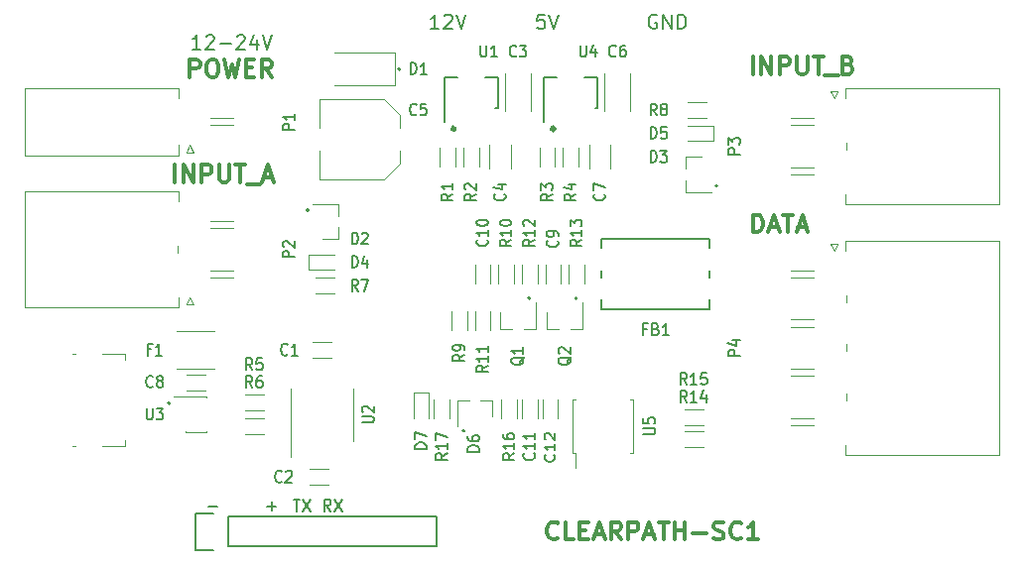
<source format=gbr>
%TF.GenerationSoftware,KiCad,Pcbnew,no-vcs-found*%
%TF.CreationDate,2017-10-09T11:26:26+10:30*%
%TF.ProjectId,clearpath-sc-single-channel,636C656172706174682D73632D73696E,1.0*%
%TF.SameCoordinates,Original*%
%TF.FileFunction,Legend,Top*%
%TF.FilePolarity,Positive*%
%FSLAX46Y46*%
G04 Gerber Fmt 4.6, Leading zero omitted, Abs format (unit mm)*
G04 Created by KiCad (PCBNEW no-vcs-found) date Mon Oct  9 11:26:26 2017*
%MOMM*%
%LPD*%
G01*
G04 APERTURE LIST*
%ADD10C,0.160000*%
%ADD11C,0.200000*%
%ADD12C,0.300000*%
%ADD13C,0.120000*%
%ADD14C,0.150000*%
%ADD15C,0.400000*%
%ADD16C,0.130000*%
G04 APERTURE END LIST*
D10*
X122033333Y-145252380D02*
X121700000Y-144776190D01*
X121461904Y-145252380D02*
X121461904Y-144252380D01*
X121842857Y-144252380D01*
X121938095Y-144300000D01*
X121985714Y-144347619D01*
X122033333Y-144442857D01*
X122033333Y-144585714D01*
X121985714Y-144680952D01*
X121938095Y-144728571D01*
X121842857Y-144776190D01*
X121461904Y-144776190D01*
X122366666Y-144252380D02*
X123033333Y-145252380D01*
X123033333Y-144252380D02*
X122366666Y-145252380D01*
X118838095Y-144252380D02*
X119409523Y-144252380D01*
X119123809Y-145252380D02*
X119123809Y-144252380D01*
X119647619Y-144252380D02*
X120314285Y-145252380D01*
X120314285Y-144252380D02*
X119647619Y-145252380D01*
X116619047Y-144821428D02*
X117380952Y-144821428D01*
X117000000Y-145202380D02*
X117000000Y-144440476D01*
X111619047Y-144821428D02*
X112380952Y-144821428D01*
D11*
X149835714Y-102900000D02*
X149721428Y-102842857D01*
X149550000Y-102842857D01*
X149378571Y-102900000D01*
X149264285Y-103014285D01*
X149207142Y-103128571D01*
X149150000Y-103357142D01*
X149150000Y-103528571D01*
X149207142Y-103757142D01*
X149264285Y-103871428D01*
X149378571Y-103985714D01*
X149550000Y-104042857D01*
X149664285Y-104042857D01*
X149835714Y-103985714D01*
X149892857Y-103928571D01*
X149892857Y-103528571D01*
X149664285Y-103528571D01*
X150407142Y-104042857D02*
X150407142Y-102842857D01*
X151092857Y-104042857D01*
X151092857Y-102842857D01*
X151664285Y-104042857D02*
X151664285Y-102842857D01*
X151950000Y-102842857D01*
X152121428Y-102900000D01*
X152235714Y-103014285D01*
X152292857Y-103128571D01*
X152350000Y-103357142D01*
X152350000Y-103528571D01*
X152292857Y-103757142D01*
X152235714Y-103871428D01*
X152121428Y-103985714D01*
X151950000Y-104042857D01*
X151664285Y-104042857D01*
X140271428Y-102842857D02*
X139700000Y-102842857D01*
X139642857Y-103414285D01*
X139700000Y-103357142D01*
X139814285Y-103300000D01*
X140100000Y-103300000D01*
X140214285Y-103357142D01*
X140271428Y-103414285D01*
X140328571Y-103528571D01*
X140328571Y-103814285D01*
X140271428Y-103928571D01*
X140214285Y-103985714D01*
X140100000Y-104042857D01*
X139814285Y-104042857D01*
X139700000Y-103985714D01*
X139642857Y-103928571D01*
X140671428Y-102842857D02*
X141071428Y-104042857D01*
X141471428Y-102842857D01*
X131257142Y-104042857D02*
X130571428Y-104042857D01*
X130914285Y-104042857D02*
X130914285Y-102842857D01*
X130800000Y-103014285D01*
X130685714Y-103128571D01*
X130571428Y-103185714D01*
X131714285Y-102957142D02*
X131771428Y-102900000D01*
X131885714Y-102842857D01*
X132171428Y-102842857D01*
X132285714Y-102900000D01*
X132342857Y-102957142D01*
X132400000Y-103071428D01*
X132400000Y-103185714D01*
X132342857Y-103357142D01*
X131657142Y-104042857D01*
X132400000Y-104042857D01*
X132742857Y-102842857D02*
X133142857Y-104042857D01*
X133542857Y-102842857D01*
X110948571Y-105792857D02*
X110262857Y-105792857D01*
X110605714Y-105792857D02*
X110605714Y-104592857D01*
X110491428Y-104764285D01*
X110377142Y-104878571D01*
X110262857Y-104935714D01*
X111405714Y-104707142D02*
X111462857Y-104650000D01*
X111577142Y-104592857D01*
X111862857Y-104592857D01*
X111977142Y-104650000D01*
X112034285Y-104707142D01*
X112091428Y-104821428D01*
X112091428Y-104935714D01*
X112034285Y-105107142D01*
X111348571Y-105792857D01*
X112091428Y-105792857D01*
X112605714Y-105335714D02*
X113520000Y-105335714D01*
X114034285Y-104707142D02*
X114091428Y-104650000D01*
X114205714Y-104592857D01*
X114491428Y-104592857D01*
X114605714Y-104650000D01*
X114662857Y-104707142D01*
X114720000Y-104821428D01*
X114720000Y-104935714D01*
X114662857Y-105107142D01*
X113977142Y-105792857D01*
X114720000Y-105792857D01*
X115748571Y-104992857D02*
X115748571Y-105792857D01*
X115462857Y-104535714D02*
X115177142Y-105392857D01*
X115920000Y-105392857D01*
X116205714Y-104592857D02*
X116605714Y-105792857D01*
X117005714Y-104592857D01*
D12*
X108733571Y-117178571D02*
X108733571Y-115678571D01*
X109447857Y-117178571D02*
X109447857Y-115678571D01*
X110305000Y-117178571D01*
X110305000Y-115678571D01*
X111019285Y-117178571D02*
X111019285Y-115678571D01*
X111590714Y-115678571D01*
X111733571Y-115750000D01*
X111805000Y-115821428D01*
X111876428Y-115964285D01*
X111876428Y-116178571D01*
X111805000Y-116321428D01*
X111733571Y-116392857D01*
X111590714Y-116464285D01*
X111019285Y-116464285D01*
X112519285Y-115678571D02*
X112519285Y-116892857D01*
X112590714Y-117035714D01*
X112662142Y-117107142D01*
X112805000Y-117178571D01*
X113090714Y-117178571D01*
X113233571Y-117107142D01*
X113305000Y-117035714D01*
X113376428Y-116892857D01*
X113376428Y-115678571D01*
X113876428Y-115678571D02*
X114733571Y-115678571D01*
X114305000Y-117178571D02*
X114305000Y-115678571D01*
X114876428Y-117321428D02*
X116019285Y-117321428D01*
X116305000Y-116750000D02*
X117019285Y-116750000D01*
X116162142Y-117178571D02*
X116662142Y-115678571D01*
X117162142Y-117178571D01*
X158052142Y-121428571D02*
X158052142Y-119928571D01*
X158409285Y-119928571D01*
X158623571Y-120000000D01*
X158766428Y-120142857D01*
X158837857Y-120285714D01*
X158909285Y-120571428D01*
X158909285Y-120785714D01*
X158837857Y-121071428D01*
X158766428Y-121214285D01*
X158623571Y-121357142D01*
X158409285Y-121428571D01*
X158052142Y-121428571D01*
X159480714Y-121000000D02*
X160195000Y-121000000D01*
X159337857Y-121428571D02*
X159837857Y-119928571D01*
X160337857Y-121428571D01*
X160623571Y-119928571D02*
X161480714Y-119928571D01*
X161052142Y-121428571D02*
X161052142Y-119928571D01*
X161909285Y-121000000D02*
X162623571Y-121000000D01*
X161766428Y-121428571D02*
X162266428Y-119928571D01*
X162766428Y-121428571D01*
X158052142Y-107928571D02*
X158052142Y-106428571D01*
X158766428Y-107928571D02*
X158766428Y-106428571D01*
X159623571Y-107928571D01*
X159623571Y-106428571D01*
X160337857Y-107928571D02*
X160337857Y-106428571D01*
X160909285Y-106428571D01*
X161052142Y-106500000D01*
X161123571Y-106571428D01*
X161195000Y-106714285D01*
X161195000Y-106928571D01*
X161123571Y-107071428D01*
X161052142Y-107142857D01*
X160909285Y-107214285D01*
X160337857Y-107214285D01*
X161837857Y-106428571D02*
X161837857Y-107642857D01*
X161909285Y-107785714D01*
X161980714Y-107857142D01*
X162123571Y-107928571D01*
X162409285Y-107928571D01*
X162552142Y-107857142D01*
X162623571Y-107785714D01*
X162695000Y-107642857D01*
X162695000Y-106428571D01*
X163195000Y-106428571D02*
X164052142Y-106428571D01*
X163623571Y-107928571D02*
X163623571Y-106428571D01*
X164195000Y-108071428D02*
X165337857Y-108071428D01*
X166195000Y-107142857D02*
X166409285Y-107214285D01*
X166480714Y-107285714D01*
X166552142Y-107428571D01*
X166552142Y-107642857D01*
X166480714Y-107785714D01*
X166409285Y-107857142D01*
X166266428Y-107928571D01*
X165695000Y-107928571D01*
X165695000Y-106428571D01*
X166195000Y-106428571D01*
X166337857Y-106500000D01*
X166409285Y-106571428D01*
X166480714Y-106714285D01*
X166480714Y-106857142D01*
X166409285Y-107000000D01*
X166337857Y-107071428D01*
X166195000Y-107142857D01*
X165695000Y-107142857D01*
X110019285Y-108178571D02*
X110019285Y-106678571D01*
X110590714Y-106678571D01*
X110733571Y-106750000D01*
X110805000Y-106821428D01*
X110876428Y-106964285D01*
X110876428Y-107178571D01*
X110805000Y-107321428D01*
X110733571Y-107392857D01*
X110590714Y-107464285D01*
X110019285Y-107464285D01*
X111805000Y-106678571D02*
X112090714Y-106678571D01*
X112233571Y-106750000D01*
X112376428Y-106892857D01*
X112447857Y-107178571D01*
X112447857Y-107678571D01*
X112376428Y-107964285D01*
X112233571Y-108107142D01*
X112090714Y-108178571D01*
X111805000Y-108178571D01*
X111662142Y-108107142D01*
X111519285Y-107964285D01*
X111447857Y-107678571D01*
X111447857Y-107178571D01*
X111519285Y-106892857D01*
X111662142Y-106750000D01*
X111805000Y-106678571D01*
X112947857Y-106678571D02*
X113305000Y-108178571D01*
X113590714Y-107107142D01*
X113876428Y-108178571D01*
X114233571Y-106678571D01*
X114805000Y-107392857D02*
X115305000Y-107392857D01*
X115519285Y-108178571D02*
X114805000Y-108178571D01*
X114805000Y-106678571D01*
X115519285Y-106678571D01*
X117019285Y-108178571D02*
X116519285Y-107464285D01*
X116162142Y-108178571D02*
X116162142Y-106678571D01*
X116733571Y-106678571D01*
X116876428Y-106750000D01*
X116947857Y-106821428D01*
X117019285Y-106964285D01*
X117019285Y-107178571D01*
X116947857Y-107321428D01*
X116876428Y-107392857D01*
X116733571Y-107464285D01*
X116162142Y-107464285D01*
X141428571Y-147535714D02*
X141357142Y-147607142D01*
X141142857Y-147678571D01*
X141000000Y-147678571D01*
X140785714Y-147607142D01*
X140642857Y-147464285D01*
X140571428Y-147321428D01*
X140500000Y-147035714D01*
X140500000Y-146821428D01*
X140571428Y-146535714D01*
X140642857Y-146392857D01*
X140785714Y-146250000D01*
X141000000Y-146178571D01*
X141142857Y-146178571D01*
X141357142Y-146250000D01*
X141428571Y-146321428D01*
X142785714Y-147678571D02*
X142071428Y-147678571D01*
X142071428Y-146178571D01*
X143285714Y-146892857D02*
X143785714Y-146892857D01*
X144000000Y-147678571D02*
X143285714Y-147678571D01*
X143285714Y-146178571D01*
X144000000Y-146178571D01*
X144571428Y-147250000D02*
X145285714Y-147250000D01*
X144428571Y-147678571D02*
X144928571Y-146178571D01*
X145428571Y-147678571D01*
X146785714Y-147678571D02*
X146285714Y-146964285D01*
X145928571Y-147678571D02*
X145928571Y-146178571D01*
X146500000Y-146178571D01*
X146642857Y-146250000D01*
X146714285Y-146321428D01*
X146785714Y-146464285D01*
X146785714Y-146678571D01*
X146714285Y-146821428D01*
X146642857Y-146892857D01*
X146500000Y-146964285D01*
X145928571Y-146964285D01*
X147428571Y-147678571D02*
X147428571Y-146178571D01*
X148000000Y-146178571D01*
X148142857Y-146250000D01*
X148214285Y-146321428D01*
X148285714Y-146464285D01*
X148285714Y-146678571D01*
X148214285Y-146821428D01*
X148142857Y-146892857D01*
X148000000Y-146964285D01*
X147428571Y-146964285D01*
X148857142Y-147250000D02*
X149571428Y-147250000D01*
X148714285Y-147678571D02*
X149214285Y-146178571D01*
X149714285Y-147678571D01*
X150000000Y-146178571D02*
X150857142Y-146178571D01*
X150428571Y-147678571D02*
X150428571Y-146178571D01*
X151357142Y-147678571D02*
X151357142Y-146178571D01*
X151357142Y-146892857D02*
X152214285Y-146892857D01*
X152214285Y-147678571D02*
X152214285Y-146178571D01*
X152928571Y-147107142D02*
X154071428Y-147107142D01*
X154714285Y-147607142D02*
X154928571Y-147678571D01*
X155285714Y-147678571D01*
X155428571Y-147607142D01*
X155500000Y-147535714D01*
X155571428Y-147392857D01*
X155571428Y-147250000D01*
X155500000Y-147107142D01*
X155428571Y-147035714D01*
X155285714Y-146964285D01*
X155000000Y-146892857D01*
X154857142Y-146821428D01*
X154785714Y-146750000D01*
X154714285Y-146607142D01*
X154714285Y-146464285D01*
X154785714Y-146321428D01*
X154857142Y-146250000D01*
X155000000Y-146178571D01*
X155357142Y-146178571D01*
X155571428Y-146250000D01*
X157071428Y-147535714D02*
X157000000Y-147607142D01*
X156785714Y-147678571D01*
X156642857Y-147678571D01*
X156428571Y-147607142D01*
X156285714Y-147464285D01*
X156214285Y-147321428D01*
X156142857Y-147035714D01*
X156142857Y-146821428D01*
X156214285Y-146535714D01*
X156285714Y-146392857D01*
X156428571Y-146250000D01*
X156642857Y-146178571D01*
X156785714Y-146178571D01*
X157000000Y-146250000D01*
X157071428Y-146321428D01*
X158500000Y-147678571D02*
X157642857Y-147678571D01*
X158071428Y-147678571D02*
X158071428Y-146178571D01*
X157928571Y-146392857D01*
X157785714Y-146535714D01*
X157642857Y-146607142D01*
D13*
%TO.C,F1*%
X108890000Y-129915000D02*
X112110000Y-129915000D01*
X108890000Y-133085000D02*
X112110000Y-133085000D01*
D14*
%TO.C,FB1*%
X145150000Y-124700000D02*
X145150000Y-125300000D01*
X154350000Y-124700000D02*
X154350000Y-125300000D01*
X145150000Y-122000000D02*
X145150000Y-122800000D01*
X145150000Y-127200000D02*
X145150000Y-128000000D01*
X154350000Y-127200000D02*
X154350000Y-128000000D01*
X154350000Y-122000000D02*
X154350000Y-122800000D01*
X154350000Y-128000000D02*
X145150000Y-128000000D01*
X145150000Y-122000000D02*
X154350000Y-122000000D01*
D13*
%TO.C,P4*%
X165950000Y-123000000D02*
X165950000Y-122150000D01*
X165950000Y-122150000D02*
X179050000Y-122150000D01*
X179050000Y-122150000D02*
X179050000Y-131300000D01*
X165950000Y-139600000D02*
X165950000Y-140450000D01*
X165950000Y-140450000D02*
X179050000Y-140450000D01*
X179050000Y-140450000D02*
X179050000Y-131300000D01*
X163200000Y-124700000D02*
X161300000Y-124700000D01*
X163200000Y-125300000D02*
X161300000Y-125300000D01*
X163200000Y-128900000D02*
X161300000Y-128900000D01*
X163200000Y-129500000D02*
X161300000Y-129500000D01*
X163200000Y-133100000D02*
X161300000Y-133100000D01*
X163200000Y-133700000D02*
X161300000Y-133700000D01*
X163200000Y-137300000D02*
X161300000Y-137300000D01*
X163200000Y-137900000D02*
X161300000Y-137900000D01*
X166000000Y-126800000D02*
X166000000Y-127400000D01*
X166000000Y-131000000D02*
X166000000Y-131600000D01*
X166000000Y-135200000D02*
X166000000Y-135800000D01*
X165000000Y-123000000D02*
X164700000Y-122400000D01*
X164700000Y-122400000D02*
X165300000Y-122400000D01*
X165300000Y-122400000D02*
X165000000Y-123000000D01*
%TO.C,P2*%
X109050000Y-127000000D02*
X109050000Y-127850000D01*
X109050000Y-127850000D02*
X95950000Y-127850000D01*
X95950000Y-127850000D02*
X95950000Y-122900000D01*
X109050000Y-118800000D02*
X109050000Y-117950000D01*
X109050000Y-117950000D02*
X95950000Y-117950000D01*
X95950000Y-117950000D02*
X95950000Y-122900000D01*
X111800000Y-125300000D02*
X113700000Y-125300000D01*
X111800000Y-124700000D02*
X113700000Y-124700000D01*
X111800000Y-121100000D02*
X113700000Y-121100000D01*
X111800000Y-120500000D02*
X113700000Y-120500000D01*
X109000000Y-123200000D02*
X109000000Y-122600000D01*
X110000000Y-127000000D02*
X110300000Y-127600000D01*
X110300000Y-127600000D02*
X109700000Y-127600000D01*
X109700000Y-127600000D02*
X110000000Y-127000000D01*
%TO.C,P3*%
X165950000Y-110000000D02*
X165950000Y-109150000D01*
X165950000Y-109150000D02*
X179050000Y-109150000D01*
X179050000Y-109150000D02*
X179050000Y-114100000D01*
X165950000Y-118200000D02*
X165950000Y-119050000D01*
X165950000Y-119050000D02*
X179050000Y-119050000D01*
X179050000Y-119050000D02*
X179050000Y-114100000D01*
X163200000Y-111700000D02*
X161300000Y-111700000D01*
X163200000Y-112300000D02*
X161300000Y-112300000D01*
X163200000Y-115900000D02*
X161300000Y-115900000D01*
X163200000Y-116500000D02*
X161300000Y-116500000D01*
X166000000Y-113800000D02*
X166000000Y-114400000D01*
X165000000Y-110000000D02*
X164700000Y-109400000D01*
X164700000Y-109400000D02*
X165300000Y-109400000D01*
X165300000Y-109400000D02*
X165000000Y-110000000D01*
%TO.C,P1*%
X109050000Y-114000000D02*
X109050000Y-114850000D01*
X109050000Y-114850000D02*
X95950000Y-114850000D01*
X95950000Y-114850000D02*
X95950000Y-112000000D01*
X109050000Y-110000000D02*
X109050000Y-109150000D01*
X109050000Y-109150000D02*
X95950000Y-109150000D01*
X95950000Y-109150000D02*
X95950000Y-112000000D01*
X111800000Y-112300000D02*
X113700000Y-112300000D01*
X111800000Y-111700000D02*
X113700000Y-111700000D01*
X110000000Y-114000000D02*
X110300000Y-114600000D01*
X110300000Y-114600000D02*
X109700000Y-114600000D01*
X109700000Y-114600000D02*
X110000000Y-114000000D01*
%TO.C,C1*%
X120450000Y-132165000D02*
X122050000Y-132165000D01*
X120450000Y-130835000D02*
X122050000Y-130835000D01*
%TO.C,C2*%
X121800000Y-143015000D02*
X120200000Y-143015000D01*
X121800000Y-141685000D02*
X120200000Y-141685000D01*
%TO.C,C3*%
X139090000Y-107900000D02*
X139090000Y-111100000D01*
X136910000Y-107900000D02*
X136910000Y-111100000D01*
%TO.C,C4*%
X135585000Y-116000000D02*
X135585000Y-114000000D01*
X137415000Y-116000000D02*
X137415000Y-114000000D01*
%TO.C,C5*%
X121100000Y-114470000D02*
X121100000Y-116900000D01*
X121100000Y-116900000D02*
X126540000Y-116900000D01*
X126540000Y-116900000D02*
X127900000Y-115540000D01*
X127900000Y-115540000D02*
X127900000Y-114470000D01*
X121100000Y-112530000D02*
X121100000Y-110100000D01*
X121100000Y-110100000D02*
X126540000Y-110100000D01*
X126540000Y-110100000D02*
X127900000Y-111460000D01*
X127900000Y-111460000D02*
X127900000Y-112530000D01*
%TO.C,C6*%
X145410000Y-107900000D02*
X145410000Y-111100000D01*
X147590000Y-107900000D02*
X147590000Y-111100000D01*
%TO.C,C7*%
X145915000Y-116000000D02*
X145915000Y-114000000D01*
X144085000Y-116000000D02*
X144085000Y-114000000D01*
%TO.C,C8*%
X109700000Y-133585000D02*
X111300000Y-133585000D01*
X109700000Y-134915000D02*
X111300000Y-134915000D01*
%TO.C,C9*%
X141665000Y-124200000D02*
X141665000Y-125800000D01*
X140335000Y-124200000D02*
X140335000Y-125800000D01*
%TO.C,C10*%
X135665000Y-125800000D02*
X135665000Y-124200000D01*
X134335000Y-125800000D02*
X134335000Y-124200000D01*
%TO.C,C11*%
X139665000Y-137300000D02*
X139665000Y-135700000D01*
X138335000Y-137300000D02*
X138335000Y-135700000D01*
D11*
%TO.C,D1*%
X127960000Y-107500000D02*
G75*
G03X127960000Y-107500000I-100000J0D01*
G01*
D13*
X122330000Y-108920000D02*
X127540000Y-108920000D01*
X127540000Y-108920000D02*
X127540000Y-106080000D01*
X127540000Y-106080000D02*
X122330000Y-106080000D01*
D11*
%TO.C,D2*%
X120165000Y-119550000D02*
G75*
G03X120165000Y-119550000I-100000J0D01*
G01*
D13*
X120445000Y-119000000D02*
X122700000Y-119000000D01*
X122700000Y-119000000D02*
X122700000Y-120015000D01*
X121300000Y-122000000D02*
X122700000Y-122000000D01*
X122700000Y-122000000D02*
X122700000Y-120985000D01*
%TO.C,D3*%
X152300000Y-115000000D02*
X152300000Y-116015000D01*
X153700000Y-115000000D02*
X152300000Y-115000000D01*
X152300000Y-118000000D02*
X152300000Y-116985000D01*
X154555000Y-118000000D02*
X152300000Y-118000000D01*
D11*
X155035000Y-117450000D02*
G75*
G03X155035000Y-117450000I-100000J0D01*
G01*
D13*
%TO.C,D4*%
X122300000Y-123355000D02*
X120105000Y-123355000D01*
X120105000Y-123355000D02*
X120105000Y-124645000D01*
X120105000Y-124645000D02*
X122300000Y-124645000D01*
%TO.C,D5*%
X152460000Y-113645000D02*
X154655000Y-113645000D01*
X154655000Y-113645000D02*
X154655000Y-112355000D01*
X154655000Y-112355000D02*
X152460000Y-112355000D01*
%TO.C,D6*%
X135800000Y-135775000D02*
X134785000Y-135775000D01*
X135800000Y-137175000D02*
X135800000Y-135775000D01*
X132800000Y-135775000D02*
X133815000Y-135775000D01*
X132800000Y-138030000D02*
X132800000Y-135775000D01*
D11*
X133450000Y-138410000D02*
G75*
G03X133450000Y-138410000I-100000J0D01*
G01*
D13*
%TO.C,D7*%
X129105000Y-135105000D02*
X129105000Y-137300000D01*
X130395000Y-135105000D02*
X129105000Y-135105000D01*
X130395000Y-137300000D02*
X130395000Y-135105000D01*
%TO.C,J?1*%
X100020000Y-131810000D02*
X100280000Y-131810000D01*
X102560000Y-131810000D02*
X104470000Y-131810000D01*
X104470000Y-131810000D02*
X104470000Y-132320000D01*
X104470000Y-139690000D02*
X102560000Y-139690000D01*
X100280000Y-139690000D02*
X100020000Y-139690000D01*
X104470000Y-139690000D02*
X104470000Y-139180000D01*
D11*
%TO.C,Q1*%
X139050000Y-127065000D02*
G75*
G03X139050000Y-127065000I-100000J0D01*
G01*
D13*
X139500000Y-127445000D02*
X139500000Y-129700000D01*
X139500000Y-129700000D02*
X138485000Y-129700000D01*
X136500000Y-128300000D02*
X136500000Y-129700000D01*
X136500000Y-129700000D02*
X137515000Y-129700000D01*
D11*
%TO.C,Q2*%
X143050000Y-127065000D02*
G75*
G03X143050000Y-127065000I-100000J0D01*
G01*
D13*
X143500000Y-127445000D02*
X143500000Y-129700000D01*
X143500000Y-129700000D02*
X142485000Y-129700000D01*
X140500000Y-128300000D02*
X140500000Y-129700000D01*
X140500000Y-129700000D02*
X141515000Y-129700000D01*
%TO.C,R1*%
X132670000Y-115800000D02*
X132670000Y-114200000D01*
X131330000Y-115800000D02*
X131330000Y-114200000D01*
%TO.C,R2*%
X134670000Y-115800000D02*
X134670000Y-114200000D01*
X133330000Y-115800000D02*
X133330000Y-114200000D01*
%TO.C,R3*%
X139830000Y-115800000D02*
X139830000Y-114200000D01*
X141170000Y-115800000D02*
X141170000Y-114200000D01*
%TO.C,R4*%
X141830000Y-115800000D02*
X141830000Y-114200000D01*
X143170000Y-115800000D02*
X143170000Y-114200000D01*
%TO.C,R5*%
X114700000Y-135330000D02*
X116300000Y-135330000D01*
X114700000Y-136670000D02*
X116300000Y-136670000D01*
%TO.C,R6*%
X114725000Y-138670000D02*
X116325000Y-138670000D01*
X114725000Y-137330000D02*
X116325000Y-137330000D01*
%TO.C,R7*%
X122300000Y-126670000D02*
X120700000Y-126670000D01*
X122300000Y-125330000D02*
X120700000Y-125330000D01*
%TO.C,R8*%
X152475000Y-111670000D02*
X154075000Y-111670000D01*
X152475000Y-110330000D02*
X154075000Y-110330000D01*
%TO.C,R9*%
X132330000Y-128200000D02*
X132330000Y-129800000D01*
X133670000Y-128200000D02*
X133670000Y-129800000D01*
%TO.C,R10*%
X137670000Y-125800000D02*
X137670000Y-124200000D01*
X136330000Y-125800000D02*
X136330000Y-124200000D01*
%TO.C,R11*%
X134330000Y-128200000D02*
X134330000Y-129800000D01*
X135670000Y-128200000D02*
X135670000Y-129800000D01*
%TO.C,R12*%
X139670000Y-125800000D02*
X139670000Y-124200000D01*
X138330000Y-125800000D02*
X138330000Y-124200000D01*
%TO.C,R13*%
X142330000Y-124200000D02*
X142330000Y-125800000D01*
X143670000Y-124200000D02*
X143670000Y-125800000D01*
%TO.C,R14*%
X152200000Y-139770000D02*
X153800000Y-139770000D01*
X152200000Y-138430000D02*
X153800000Y-138430000D01*
%TO.C,R15*%
X152200000Y-136580000D02*
X153800000Y-136580000D01*
X152200000Y-137920000D02*
X153800000Y-137920000D01*
%TO.C,R16*%
X136580000Y-137300000D02*
X136580000Y-135700000D01*
X137920000Y-137300000D02*
X137920000Y-135700000D01*
%TO.C,R17*%
X130830000Y-137300000D02*
X130830000Y-135700000D01*
X132170000Y-137300000D02*
X132170000Y-135700000D01*
D14*
%TO.C,U1*%
X131700000Y-112000000D02*
X131700000Y-108200000D01*
X131700000Y-108200000D02*
X132815000Y-108200000D01*
X136075000Y-110800000D02*
X136300000Y-110800000D01*
X136300000Y-110800000D02*
X136300000Y-108200000D01*
X136300000Y-108200000D02*
X135185000Y-108200000D01*
D15*
X132600000Y-112600000D02*
G75*
G03X132600000Y-112600000I-100000J0D01*
G01*
D13*
%TO.C,U2*%
X118590000Y-139250000D02*
X118590000Y-134750000D01*
X123910000Y-139250000D02*
X123910000Y-134750000D01*
X118590000Y-139250000D02*
X118590000Y-140595000D01*
D11*
%TO.C,U3*%
X108336920Y-136030000D02*
G75*
G03X108336920Y-136030000I-106920J0D01*
G01*
D13*
X109620000Y-138410000D02*
X109620000Y-138530000D01*
X109620000Y-138530000D02*
X111380000Y-138530000D01*
X111380000Y-138530000D02*
X111380000Y-138410000D01*
X108600000Y-135460000D02*
X111380000Y-135460000D01*
X111380000Y-135470000D02*
X111380000Y-135590000D01*
D15*
%TO.C,U4*%
X141100000Y-112600000D02*
G75*
G03X141100000Y-112600000I-100000J0D01*
G01*
D14*
X144800000Y-108200000D02*
X143685000Y-108200000D01*
X144800000Y-110800000D02*
X144800000Y-108200000D01*
X144575000Y-110800000D02*
X144800000Y-110800000D01*
X140200000Y-108200000D02*
X141315000Y-108200000D01*
X140200000Y-112000000D02*
X140200000Y-108200000D01*
D13*
%TO.C,U5*%
X147585000Y-140250000D02*
X147800000Y-140250000D01*
X147800000Y-140250000D02*
X147800000Y-135750000D01*
X147800000Y-135750000D02*
X147585000Y-135750000D01*
X142915000Y-140250000D02*
X142700000Y-140250000D01*
X142700000Y-140250000D02*
X142700000Y-135750000D01*
X142700000Y-135750000D02*
X142915000Y-135750000D01*
X142915000Y-140250000D02*
X142915000Y-141595000D01*
%TO.C,C12*%
X141415000Y-137300000D02*
X141415000Y-135700000D01*
X140085000Y-137300000D02*
X140085000Y-135700000D01*
D14*
%TO.C,P5*%
X113270000Y-145730000D02*
X131050000Y-145730000D01*
X131050000Y-145730000D02*
X131050000Y-148270000D01*
X131050000Y-148270000D02*
X113270000Y-148270000D01*
X110450000Y-145450000D02*
X112000000Y-145450000D01*
X113270000Y-145730000D02*
X113270000Y-148270000D01*
X112000000Y-148550000D02*
X110450000Y-148550000D01*
X110450000Y-148550000D02*
X110450000Y-145450000D01*
%TO.C,F1*%
D16*
X106700000Y-131428571D02*
X106400000Y-131428571D01*
X106400000Y-131952380D02*
X106400000Y-130952380D01*
X106828571Y-130952380D01*
X107642857Y-131952380D02*
X107128571Y-131952380D01*
X107385714Y-131952380D02*
X107385714Y-130952380D01*
X107300000Y-131095238D01*
X107214285Y-131190476D01*
X107128571Y-131238095D01*
%TO.C,FB1*%
X149000000Y-129698571D02*
X148700000Y-129698571D01*
X148700000Y-130222380D02*
X148700000Y-129222380D01*
X149128571Y-129222380D01*
X149771428Y-129698571D02*
X149900000Y-129746190D01*
X149942857Y-129793809D01*
X149985714Y-129889047D01*
X149985714Y-130031904D01*
X149942857Y-130127142D01*
X149900000Y-130174761D01*
X149814285Y-130222380D01*
X149471428Y-130222380D01*
X149471428Y-129222380D01*
X149771428Y-129222380D01*
X149857142Y-129270000D01*
X149900000Y-129317619D01*
X149942857Y-129412857D01*
X149942857Y-129508095D01*
X149900000Y-129603333D01*
X149857142Y-129650952D01*
X149771428Y-129698571D01*
X149471428Y-129698571D01*
X150842857Y-130222380D02*
X150328571Y-130222380D01*
X150585714Y-130222380D02*
X150585714Y-129222380D01*
X150500000Y-129365238D01*
X150414285Y-129460476D01*
X150328571Y-129508095D01*
%TO.C,P4*%
X156952380Y-131964285D02*
X155952380Y-131964285D01*
X155952380Y-131621428D01*
X156000000Y-131535714D01*
X156047619Y-131492857D01*
X156142857Y-131450000D01*
X156285714Y-131450000D01*
X156380952Y-131492857D01*
X156428571Y-131535714D01*
X156476190Y-131621428D01*
X156476190Y-131964285D01*
X156285714Y-130678571D02*
X156952380Y-130678571D01*
X155904761Y-130892857D02*
X156619047Y-131107142D01*
X156619047Y-130550000D01*
%TO.C,P2*%
X118952380Y-123564285D02*
X117952380Y-123564285D01*
X117952380Y-123221428D01*
X118000000Y-123135714D01*
X118047619Y-123092857D01*
X118142857Y-123050000D01*
X118285714Y-123050000D01*
X118380952Y-123092857D01*
X118428571Y-123135714D01*
X118476190Y-123221428D01*
X118476190Y-123564285D01*
X118047619Y-122707142D02*
X118000000Y-122664285D01*
X117952380Y-122578571D01*
X117952380Y-122364285D01*
X118000000Y-122278571D01*
X118047619Y-122235714D01*
X118142857Y-122192857D01*
X118238095Y-122192857D01*
X118380952Y-122235714D01*
X118952380Y-122750000D01*
X118952380Y-122192857D01*
%TO.C,P3*%
X156952380Y-114764285D02*
X155952380Y-114764285D01*
X155952380Y-114421428D01*
X156000000Y-114335714D01*
X156047619Y-114292857D01*
X156142857Y-114250000D01*
X156285714Y-114250000D01*
X156380952Y-114292857D01*
X156428571Y-114335714D01*
X156476190Y-114421428D01*
X156476190Y-114764285D01*
X155952380Y-113950000D02*
X155952380Y-113392857D01*
X156333333Y-113692857D01*
X156333333Y-113564285D01*
X156380952Y-113478571D01*
X156428571Y-113435714D01*
X156523809Y-113392857D01*
X156761904Y-113392857D01*
X156857142Y-113435714D01*
X156904761Y-113478571D01*
X156952380Y-113564285D01*
X156952380Y-113821428D01*
X156904761Y-113907142D01*
X156857142Y-113950000D01*
%TO.C,P1*%
X118952380Y-112664285D02*
X117952380Y-112664285D01*
X117952380Y-112321428D01*
X118000000Y-112235714D01*
X118047619Y-112192857D01*
X118142857Y-112150000D01*
X118285714Y-112150000D01*
X118380952Y-112192857D01*
X118428571Y-112235714D01*
X118476190Y-112321428D01*
X118476190Y-112664285D01*
X118952380Y-111292857D02*
X118952380Y-111807142D01*
X118952380Y-111550000D02*
X117952380Y-111550000D01*
X118095238Y-111635714D01*
X118190476Y-111721428D01*
X118238095Y-111807142D01*
%TO.C,C1*%
X118350000Y-131857142D02*
X118307142Y-131904761D01*
X118178571Y-131952380D01*
X118092857Y-131952380D01*
X117964285Y-131904761D01*
X117878571Y-131809523D01*
X117835714Y-131714285D01*
X117792857Y-131523809D01*
X117792857Y-131380952D01*
X117835714Y-131190476D01*
X117878571Y-131095238D01*
X117964285Y-131000000D01*
X118092857Y-130952380D01*
X118178571Y-130952380D01*
X118307142Y-131000000D01*
X118350000Y-131047619D01*
X119207142Y-131952380D02*
X118692857Y-131952380D01*
X118950000Y-131952380D02*
X118950000Y-130952380D01*
X118864285Y-131095238D01*
X118778571Y-131190476D01*
X118692857Y-131238095D01*
%TO.C,C2*%
X117850000Y-142707142D02*
X117807142Y-142754761D01*
X117678571Y-142802380D01*
X117592857Y-142802380D01*
X117464285Y-142754761D01*
X117378571Y-142659523D01*
X117335714Y-142564285D01*
X117292857Y-142373809D01*
X117292857Y-142230952D01*
X117335714Y-142040476D01*
X117378571Y-141945238D01*
X117464285Y-141850000D01*
X117592857Y-141802380D01*
X117678571Y-141802380D01*
X117807142Y-141850000D01*
X117850000Y-141897619D01*
X118192857Y-141897619D02*
X118235714Y-141850000D01*
X118321428Y-141802380D01*
X118535714Y-141802380D01*
X118621428Y-141850000D01*
X118664285Y-141897619D01*
X118707142Y-141992857D01*
X118707142Y-142088095D01*
X118664285Y-142230952D01*
X118150000Y-142802380D01*
X118707142Y-142802380D01*
%TO.C,C3*%
X137850000Y-106357142D02*
X137807142Y-106404761D01*
X137678571Y-106452380D01*
X137592857Y-106452380D01*
X137464285Y-106404761D01*
X137378571Y-106309523D01*
X137335714Y-106214285D01*
X137292857Y-106023809D01*
X137292857Y-105880952D01*
X137335714Y-105690476D01*
X137378571Y-105595238D01*
X137464285Y-105500000D01*
X137592857Y-105452380D01*
X137678571Y-105452380D01*
X137807142Y-105500000D01*
X137850000Y-105547619D01*
X138150000Y-105452380D02*
X138707142Y-105452380D01*
X138407142Y-105833333D01*
X138535714Y-105833333D01*
X138621428Y-105880952D01*
X138664285Y-105928571D01*
X138707142Y-106023809D01*
X138707142Y-106261904D01*
X138664285Y-106357142D01*
X138621428Y-106404761D01*
X138535714Y-106452380D01*
X138278571Y-106452380D01*
X138192857Y-106404761D01*
X138150000Y-106357142D01*
%TO.C,C4*%
X136857142Y-118150000D02*
X136904761Y-118192857D01*
X136952380Y-118321428D01*
X136952380Y-118407142D01*
X136904761Y-118535714D01*
X136809523Y-118621428D01*
X136714285Y-118664285D01*
X136523809Y-118707142D01*
X136380952Y-118707142D01*
X136190476Y-118664285D01*
X136095238Y-118621428D01*
X136000000Y-118535714D01*
X135952380Y-118407142D01*
X135952380Y-118321428D01*
X136000000Y-118192857D01*
X136047619Y-118150000D01*
X136285714Y-117378571D02*
X136952380Y-117378571D01*
X135904761Y-117592857D02*
X136619047Y-117807142D01*
X136619047Y-117250000D01*
%TO.C,C5*%
X129350000Y-111357142D02*
X129307142Y-111404761D01*
X129178571Y-111452380D01*
X129092857Y-111452380D01*
X128964285Y-111404761D01*
X128878571Y-111309523D01*
X128835714Y-111214285D01*
X128792857Y-111023809D01*
X128792857Y-110880952D01*
X128835714Y-110690476D01*
X128878571Y-110595238D01*
X128964285Y-110500000D01*
X129092857Y-110452380D01*
X129178571Y-110452380D01*
X129307142Y-110500000D01*
X129350000Y-110547619D01*
X130164285Y-110452380D02*
X129735714Y-110452380D01*
X129692857Y-110928571D01*
X129735714Y-110880952D01*
X129821428Y-110833333D01*
X130035714Y-110833333D01*
X130121428Y-110880952D01*
X130164285Y-110928571D01*
X130207142Y-111023809D01*
X130207142Y-111261904D01*
X130164285Y-111357142D01*
X130121428Y-111404761D01*
X130035714Y-111452380D01*
X129821428Y-111452380D01*
X129735714Y-111404761D01*
X129692857Y-111357142D01*
%TO.C,C6*%
X146350000Y-106357142D02*
X146307142Y-106404761D01*
X146178571Y-106452380D01*
X146092857Y-106452380D01*
X145964285Y-106404761D01*
X145878571Y-106309523D01*
X145835714Y-106214285D01*
X145792857Y-106023809D01*
X145792857Y-105880952D01*
X145835714Y-105690476D01*
X145878571Y-105595238D01*
X145964285Y-105500000D01*
X146092857Y-105452380D01*
X146178571Y-105452380D01*
X146307142Y-105500000D01*
X146350000Y-105547619D01*
X147121428Y-105452380D02*
X146950000Y-105452380D01*
X146864285Y-105500000D01*
X146821428Y-105547619D01*
X146735714Y-105690476D01*
X146692857Y-105880952D01*
X146692857Y-106261904D01*
X146735714Y-106357142D01*
X146778571Y-106404761D01*
X146864285Y-106452380D01*
X147035714Y-106452380D01*
X147121428Y-106404761D01*
X147164285Y-106357142D01*
X147207142Y-106261904D01*
X147207142Y-106023809D01*
X147164285Y-105928571D01*
X147121428Y-105880952D01*
X147035714Y-105833333D01*
X146864285Y-105833333D01*
X146778571Y-105880952D01*
X146735714Y-105928571D01*
X146692857Y-106023809D01*
%TO.C,C7*%
X145357142Y-118150000D02*
X145404761Y-118192857D01*
X145452380Y-118321428D01*
X145452380Y-118407142D01*
X145404761Y-118535714D01*
X145309523Y-118621428D01*
X145214285Y-118664285D01*
X145023809Y-118707142D01*
X144880952Y-118707142D01*
X144690476Y-118664285D01*
X144595238Y-118621428D01*
X144500000Y-118535714D01*
X144452380Y-118407142D01*
X144452380Y-118321428D01*
X144500000Y-118192857D01*
X144547619Y-118150000D01*
X144452380Y-117850000D02*
X144452380Y-117250000D01*
X145452380Y-117635714D01*
%TO.C,C8*%
X106850000Y-134607142D02*
X106807142Y-134654761D01*
X106678571Y-134702380D01*
X106592857Y-134702380D01*
X106464285Y-134654761D01*
X106378571Y-134559523D01*
X106335714Y-134464285D01*
X106292857Y-134273809D01*
X106292857Y-134130952D01*
X106335714Y-133940476D01*
X106378571Y-133845238D01*
X106464285Y-133750000D01*
X106592857Y-133702380D01*
X106678571Y-133702380D01*
X106807142Y-133750000D01*
X106850000Y-133797619D01*
X107364285Y-134130952D02*
X107278571Y-134083333D01*
X107235714Y-134035714D01*
X107192857Y-133940476D01*
X107192857Y-133892857D01*
X107235714Y-133797619D01*
X107278571Y-133750000D01*
X107364285Y-133702380D01*
X107535714Y-133702380D01*
X107621428Y-133750000D01*
X107664285Y-133797619D01*
X107707142Y-133892857D01*
X107707142Y-133940476D01*
X107664285Y-134035714D01*
X107621428Y-134083333D01*
X107535714Y-134130952D01*
X107364285Y-134130952D01*
X107278571Y-134178571D01*
X107235714Y-134226190D01*
X107192857Y-134321428D01*
X107192857Y-134511904D01*
X107235714Y-134607142D01*
X107278571Y-134654761D01*
X107364285Y-134702380D01*
X107535714Y-134702380D01*
X107621428Y-134654761D01*
X107664285Y-134607142D01*
X107707142Y-134511904D01*
X107707142Y-134321428D01*
X107664285Y-134226190D01*
X107621428Y-134178571D01*
X107535714Y-134130952D01*
%TO.C,C9*%
X141357142Y-122150000D02*
X141404761Y-122192857D01*
X141452380Y-122321428D01*
X141452380Y-122407142D01*
X141404761Y-122535714D01*
X141309523Y-122621428D01*
X141214285Y-122664285D01*
X141023809Y-122707142D01*
X140880952Y-122707142D01*
X140690476Y-122664285D01*
X140595238Y-122621428D01*
X140500000Y-122535714D01*
X140452380Y-122407142D01*
X140452380Y-122321428D01*
X140500000Y-122192857D01*
X140547619Y-122150000D01*
X141452380Y-121721428D02*
X141452380Y-121550000D01*
X141404761Y-121464285D01*
X141357142Y-121421428D01*
X141214285Y-121335714D01*
X141023809Y-121292857D01*
X140642857Y-121292857D01*
X140547619Y-121335714D01*
X140500000Y-121378571D01*
X140452380Y-121464285D01*
X140452380Y-121635714D01*
X140500000Y-121721428D01*
X140547619Y-121764285D01*
X140642857Y-121807142D01*
X140880952Y-121807142D01*
X140976190Y-121764285D01*
X141023809Y-121721428D01*
X141071428Y-121635714D01*
X141071428Y-121464285D01*
X141023809Y-121378571D01*
X140976190Y-121335714D01*
X140880952Y-121292857D01*
%TO.C,C10*%
X135357142Y-122078571D02*
X135404761Y-122121428D01*
X135452380Y-122250000D01*
X135452380Y-122335714D01*
X135404761Y-122464285D01*
X135309523Y-122550000D01*
X135214285Y-122592857D01*
X135023809Y-122635714D01*
X134880952Y-122635714D01*
X134690476Y-122592857D01*
X134595238Y-122550000D01*
X134500000Y-122464285D01*
X134452380Y-122335714D01*
X134452380Y-122250000D01*
X134500000Y-122121428D01*
X134547619Y-122078571D01*
X135452380Y-121221428D02*
X135452380Y-121735714D01*
X135452380Y-121478571D02*
X134452380Y-121478571D01*
X134595238Y-121564285D01*
X134690476Y-121650000D01*
X134738095Y-121735714D01*
X134452380Y-120664285D02*
X134452380Y-120578571D01*
X134500000Y-120492857D01*
X134547619Y-120450000D01*
X134642857Y-120407142D01*
X134833333Y-120364285D01*
X135071428Y-120364285D01*
X135261904Y-120407142D01*
X135357142Y-120450000D01*
X135404761Y-120492857D01*
X135452380Y-120578571D01*
X135452380Y-120664285D01*
X135404761Y-120750000D01*
X135357142Y-120792857D01*
X135261904Y-120835714D01*
X135071428Y-120878571D01*
X134833333Y-120878571D01*
X134642857Y-120835714D01*
X134547619Y-120792857D01*
X134500000Y-120750000D01*
X134452380Y-120664285D01*
%TO.C,C11*%
X139357142Y-140328571D02*
X139404761Y-140371428D01*
X139452380Y-140500000D01*
X139452380Y-140585714D01*
X139404761Y-140714285D01*
X139309523Y-140800000D01*
X139214285Y-140842857D01*
X139023809Y-140885714D01*
X138880952Y-140885714D01*
X138690476Y-140842857D01*
X138595238Y-140800000D01*
X138500000Y-140714285D01*
X138452380Y-140585714D01*
X138452380Y-140500000D01*
X138500000Y-140371428D01*
X138547619Y-140328571D01*
X139452380Y-139471428D02*
X139452380Y-139985714D01*
X139452380Y-139728571D02*
X138452380Y-139728571D01*
X138595238Y-139814285D01*
X138690476Y-139900000D01*
X138738095Y-139985714D01*
X139452380Y-138614285D02*
X139452380Y-139128571D01*
X139452380Y-138871428D02*
X138452380Y-138871428D01*
X138595238Y-138957142D01*
X138690476Y-139042857D01*
X138738095Y-139128571D01*
%TO.C,D1*%
X128835714Y-107952380D02*
X128835714Y-106952380D01*
X129050000Y-106952380D01*
X129178571Y-107000000D01*
X129264285Y-107095238D01*
X129307142Y-107190476D01*
X129350000Y-107380952D01*
X129350000Y-107523809D01*
X129307142Y-107714285D01*
X129264285Y-107809523D01*
X129178571Y-107904761D01*
X129050000Y-107952380D01*
X128835714Y-107952380D01*
X130207142Y-107952380D02*
X129692857Y-107952380D01*
X129950000Y-107952380D02*
X129950000Y-106952380D01*
X129864285Y-107095238D01*
X129778571Y-107190476D01*
X129692857Y-107238095D01*
%TO.C,D2*%
X123835714Y-122452380D02*
X123835714Y-121452380D01*
X124050000Y-121452380D01*
X124178571Y-121500000D01*
X124264285Y-121595238D01*
X124307142Y-121690476D01*
X124350000Y-121880952D01*
X124350000Y-122023809D01*
X124307142Y-122214285D01*
X124264285Y-122309523D01*
X124178571Y-122404761D01*
X124050000Y-122452380D01*
X123835714Y-122452380D01*
X124692857Y-121547619D02*
X124735714Y-121500000D01*
X124821428Y-121452380D01*
X125035714Y-121452380D01*
X125121428Y-121500000D01*
X125164285Y-121547619D01*
X125207142Y-121642857D01*
X125207142Y-121738095D01*
X125164285Y-121880952D01*
X124650000Y-122452380D01*
X125207142Y-122452380D01*
%TO.C,D3*%
X149335714Y-115452380D02*
X149335714Y-114452380D01*
X149550000Y-114452380D01*
X149678571Y-114500000D01*
X149764285Y-114595238D01*
X149807142Y-114690476D01*
X149850000Y-114880952D01*
X149850000Y-115023809D01*
X149807142Y-115214285D01*
X149764285Y-115309523D01*
X149678571Y-115404761D01*
X149550000Y-115452380D01*
X149335714Y-115452380D01*
X150150000Y-114452380D02*
X150707142Y-114452380D01*
X150407142Y-114833333D01*
X150535714Y-114833333D01*
X150621428Y-114880952D01*
X150664285Y-114928571D01*
X150707142Y-115023809D01*
X150707142Y-115261904D01*
X150664285Y-115357142D01*
X150621428Y-115404761D01*
X150535714Y-115452380D01*
X150278571Y-115452380D01*
X150192857Y-115404761D01*
X150150000Y-115357142D01*
%TO.C,D4*%
X123835714Y-124452380D02*
X123835714Y-123452380D01*
X124050000Y-123452380D01*
X124178571Y-123500000D01*
X124264285Y-123595238D01*
X124307142Y-123690476D01*
X124350000Y-123880952D01*
X124350000Y-124023809D01*
X124307142Y-124214285D01*
X124264285Y-124309523D01*
X124178571Y-124404761D01*
X124050000Y-124452380D01*
X123835714Y-124452380D01*
X125121428Y-123785714D02*
X125121428Y-124452380D01*
X124907142Y-123404761D02*
X124692857Y-124119047D01*
X125250000Y-124119047D01*
%TO.C,D5*%
X149335714Y-113452380D02*
X149335714Y-112452380D01*
X149550000Y-112452380D01*
X149678571Y-112500000D01*
X149764285Y-112595238D01*
X149807142Y-112690476D01*
X149850000Y-112880952D01*
X149850000Y-113023809D01*
X149807142Y-113214285D01*
X149764285Y-113309523D01*
X149678571Y-113404761D01*
X149550000Y-113452380D01*
X149335714Y-113452380D01*
X150664285Y-112452380D02*
X150235714Y-112452380D01*
X150192857Y-112928571D01*
X150235714Y-112880952D01*
X150321428Y-112833333D01*
X150535714Y-112833333D01*
X150621428Y-112880952D01*
X150664285Y-112928571D01*
X150707142Y-113023809D01*
X150707142Y-113261904D01*
X150664285Y-113357142D01*
X150621428Y-113404761D01*
X150535714Y-113452380D01*
X150321428Y-113452380D01*
X150235714Y-113404761D01*
X150192857Y-113357142D01*
%TO.C,D6*%
X134702380Y-140164285D02*
X133702380Y-140164285D01*
X133702380Y-139950000D01*
X133750000Y-139821428D01*
X133845238Y-139735714D01*
X133940476Y-139692857D01*
X134130952Y-139650000D01*
X134273809Y-139650000D01*
X134464285Y-139692857D01*
X134559523Y-139735714D01*
X134654761Y-139821428D01*
X134702380Y-139950000D01*
X134702380Y-140164285D01*
X133702380Y-138878571D02*
X133702380Y-139050000D01*
X133750000Y-139135714D01*
X133797619Y-139178571D01*
X133940476Y-139264285D01*
X134130952Y-139307142D01*
X134511904Y-139307142D01*
X134607142Y-139264285D01*
X134654761Y-139221428D01*
X134702380Y-139135714D01*
X134702380Y-138964285D01*
X134654761Y-138878571D01*
X134607142Y-138835714D01*
X134511904Y-138792857D01*
X134273809Y-138792857D01*
X134178571Y-138835714D01*
X134130952Y-138878571D01*
X134083333Y-138964285D01*
X134083333Y-139135714D01*
X134130952Y-139221428D01*
X134178571Y-139264285D01*
X134273809Y-139307142D01*
%TO.C,D7*%
X130202380Y-139914285D02*
X129202380Y-139914285D01*
X129202380Y-139700000D01*
X129250000Y-139571428D01*
X129345238Y-139485714D01*
X129440476Y-139442857D01*
X129630952Y-139400000D01*
X129773809Y-139400000D01*
X129964285Y-139442857D01*
X130059523Y-139485714D01*
X130154761Y-139571428D01*
X130202380Y-139700000D01*
X130202380Y-139914285D01*
X129202380Y-139100000D02*
X129202380Y-138500000D01*
X130202380Y-138885714D01*
%TO.C,Q1*%
X138547619Y-132085714D02*
X138500000Y-132171428D01*
X138404761Y-132257142D01*
X138261904Y-132385714D01*
X138214285Y-132471428D01*
X138214285Y-132557142D01*
X138452380Y-132514285D02*
X138404761Y-132600000D01*
X138309523Y-132685714D01*
X138119047Y-132728571D01*
X137785714Y-132728571D01*
X137595238Y-132685714D01*
X137500000Y-132600000D01*
X137452380Y-132514285D01*
X137452380Y-132342857D01*
X137500000Y-132257142D01*
X137595238Y-132171428D01*
X137785714Y-132128571D01*
X138119047Y-132128571D01*
X138309523Y-132171428D01*
X138404761Y-132257142D01*
X138452380Y-132342857D01*
X138452380Y-132514285D01*
X138452380Y-131271428D02*
X138452380Y-131785714D01*
X138452380Y-131528571D02*
X137452380Y-131528571D01*
X137595238Y-131614285D01*
X137690476Y-131700000D01*
X137738095Y-131785714D01*
%TO.C,Q2*%
X142547619Y-132085714D02*
X142500000Y-132171428D01*
X142404761Y-132257142D01*
X142261904Y-132385714D01*
X142214285Y-132471428D01*
X142214285Y-132557142D01*
X142452380Y-132514285D02*
X142404761Y-132600000D01*
X142309523Y-132685714D01*
X142119047Y-132728571D01*
X141785714Y-132728571D01*
X141595238Y-132685714D01*
X141500000Y-132600000D01*
X141452380Y-132514285D01*
X141452380Y-132342857D01*
X141500000Y-132257142D01*
X141595238Y-132171428D01*
X141785714Y-132128571D01*
X142119047Y-132128571D01*
X142309523Y-132171428D01*
X142404761Y-132257142D01*
X142452380Y-132342857D01*
X142452380Y-132514285D01*
X141547619Y-131785714D02*
X141500000Y-131742857D01*
X141452380Y-131657142D01*
X141452380Y-131442857D01*
X141500000Y-131357142D01*
X141547619Y-131314285D01*
X141642857Y-131271428D01*
X141738095Y-131271428D01*
X141880952Y-131314285D01*
X142452380Y-131828571D01*
X142452380Y-131271428D01*
%TO.C,R1*%
X132452380Y-118150000D02*
X131976190Y-118450000D01*
X132452380Y-118664285D02*
X131452380Y-118664285D01*
X131452380Y-118321428D01*
X131500000Y-118235714D01*
X131547619Y-118192857D01*
X131642857Y-118150000D01*
X131785714Y-118150000D01*
X131880952Y-118192857D01*
X131928571Y-118235714D01*
X131976190Y-118321428D01*
X131976190Y-118664285D01*
X132452380Y-117292857D02*
X132452380Y-117807142D01*
X132452380Y-117550000D02*
X131452380Y-117550000D01*
X131595238Y-117635714D01*
X131690476Y-117721428D01*
X131738095Y-117807142D01*
%TO.C,R2*%
X134452380Y-118150000D02*
X133976190Y-118450000D01*
X134452380Y-118664285D02*
X133452380Y-118664285D01*
X133452380Y-118321428D01*
X133500000Y-118235714D01*
X133547619Y-118192857D01*
X133642857Y-118150000D01*
X133785714Y-118150000D01*
X133880952Y-118192857D01*
X133928571Y-118235714D01*
X133976190Y-118321428D01*
X133976190Y-118664285D01*
X133547619Y-117807142D02*
X133500000Y-117764285D01*
X133452380Y-117678571D01*
X133452380Y-117464285D01*
X133500000Y-117378571D01*
X133547619Y-117335714D01*
X133642857Y-117292857D01*
X133738095Y-117292857D01*
X133880952Y-117335714D01*
X134452380Y-117850000D01*
X134452380Y-117292857D01*
%TO.C,R3*%
X140952380Y-118150000D02*
X140476190Y-118450000D01*
X140952380Y-118664285D02*
X139952380Y-118664285D01*
X139952380Y-118321428D01*
X140000000Y-118235714D01*
X140047619Y-118192857D01*
X140142857Y-118150000D01*
X140285714Y-118150000D01*
X140380952Y-118192857D01*
X140428571Y-118235714D01*
X140476190Y-118321428D01*
X140476190Y-118664285D01*
X139952380Y-117850000D02*
X139952380Y-117292857D01*
X140333333Y-117592857D01*
X140333333Y-117464285D01*
X140380952Y-117378571D01*
X140428571Y-117335714D01*
X140523809Y-117292857D01*
X140761904Y-117292857D01*
X140857142Y-117335714D01*
X140904761Y-117378571D01*
X140952380Y-117464285D01*
X140952380Y-117721428D01*
X140904761Y-117807142D01*
X140857142Y-117850000D01*
%TO.C,R4*%
X142952380Y-118150000D02*
X142476190Y-118450000D01*
X142952380Y-118664285D02*
X141952380Y-118664285D01*
X141952380Y-118321428D01*
X142000000Y-118235714D01*
X142047619Y-118192857D01*
X142142857Y-118150000D01*
X142285714Y-118150000D01*
X142380952Y-118192857D01*
X142428571Y-118235714D01*
X142476190Y-118321428D01*
X142476190Y-118664285D01*
X142285714Y-117378571D02*
X142952380Y-117378571D01*
X141904761Y-117592857D02*
X142619047Y-117807142D01*
X142619047Y-117250000D01*
%TO.C,R5*%
X115350000Y-133202380D02*
X115050000Y-132726190D01*
X114835714Y-133202380D02*
X114835714Y-132202380D01*
X115178571Y-132202380D01*
X115264285Y-132250000D01*
X115307142Y-132297619D01*
X115350000Y-132392857D01*
X115350000Y-132535714D01*
X115307142Y-132630952D01*
X115264285Y-132678571D01*
X115178571Y-132726190D01*
X114835714Y-132726190D01*
X116164285Y-132202380D02*
X115735714Y-132202380D01*
X115692857Y-132678571D01*
X115735714Y-132630952D01*
X115821428Y-132583333D01*
X116035714Y-132583333D01*
X116121428Y-132630952D01*
X116164285Y-132678571D01*
X116207142Y-132773809D01*
X116207142Y-133011904D01*
X116164285Y-133107142D01*
X116121428Y-133154761D01*
X116035714Y-133202380D01*
X115821428Y-133202380D01*
X115735714Y-133154761D01*
X115692857Y-133107142D01*
%TO.C,R6*%
X115350000Y-134702380D02*
X115050000Y-134226190D01*
X114835714Y-134702380D02*
X114835714Y-133702380D01*
X115178571Y-133702380D01*
X115264285Y-133750000D01*
X115307142Y-133797619D01*
X115350000Y-133892857D01*
X115350000Y-134035714D01*
X115307142Y-134130952D01*
X115264285Y-134178571D01*
X115178571Y-134226190D01*
X114835714Y-134226190D01*
X116121428Y-133702380D02*
X115950000Y-133702380D01*
X115864285Y-133750000D01*
X115821428Y-133797619D01*
X115735714Y-133940476D01*
X115692857Y-134130952D01*
X115692857Y-134511904D01*
X115735714Y-134607142D01*
X115778571Y-134654761D01*
X115864285Y-134702380D01*
X116035714Y-134702380D01*
X116121428Y-134654761D01*
X116164285Y-134607142D01*
X116207142Y-134511904D01*
X116207142Y-134273809D01*
X116164285Y-134178571D01*
X116121428Y-134130952D01*
X116035714Y-134083333D01*
X115864285Y-134083333D01*
X115778571Y-134130952D01*
X115735714Y-134178571D01*
X115692857Y-134273809D01*
%TO.C,R7*%
X124350000Y-126452380D02*
X124050000Y-125976190D01*
X123835714Y-126452380D02*
X123835714Y-125452380D01*
X124178571Y-125452380D01*
X124264285Y-125500000D01*
X124307142Y-125547619D01*
X124350000Y-125642857D01*
X124350000Y-125785714D01*
X124307142Y-125880952D01*
X124264285Y-125928571D01*
X124178571Y-125976190D01*
X123835714Y-125976190D01*
X124650000Y-125452380D02*
X125250000Y-125452380D01*
X124864285Y-126452380D01*
%TO.C,R8*%
X149850000Y-111452380D02*
X149550000Y-110976190D01*
X149335714Y-111452380D02*
X149335714Y-110452380D01*
X149678571Y-110452380D01*
X149764285Y-110500000D01*
X149807142Y-110547619D01*
X149850000Y-110642857D01*
X149850000Y-110785714D01*
X149807142Y-110880952D01*
X149764285Y-110928571D01*
X149678571Y-110976190D01*
X149335714Y-110976190D01*
X150364285Y-110880952D02*
X150278571Y-110833333D01*
X150235714Y-110785714D01*
X150192857Y-110690476D01*
X150192857Y-110642857D01*
X150235714Y-110547619D01*
X150278571Y-110500000D01*
X150364285Y-110452380D01*
X150535714Y-110452380D01*
X150621428Y-110500000D01*
X150664285Y-110547619D01*
X150707142Y-110642857D01*
X150707142Y-110690476D01*
X150664285Y-110785714D01*
X150621428Y-110833333D01*
X150535714Y-110880952D01*
X150364285Y-110880952D01*
X150278571Y-110928571D01*
X150235714Y-110976190D01*
X150192857Y-111071428D01*
X150192857Y-111261904D01*
X150235714Y-111357142D01*
X150278571Y-111404761D01*
X150364285Y-111452380D01*
X150535714Y-111452380D01*
X150621428Y-111404761D01*
X150664285Y-111357142D01*
X150707142Y-111261904D01*
X150707142Y-111071428D01*
X150664285Y-110976190D01*
X150621428Y-110928571D01*
X150535714Y-110880952D01*
%TO.C,R9*%
X133452380Y-131900000D02*
X132976190Y-132200000D01*
X133452380Y-132414285D02*
X132452380Y-132414285D01*
X132452380Y-132071428D01*
X132500000Y-131985714D01*
X132547619Y-131942857D01*
X132642857Y-131900000D01*
X132785714Y-131900000D01*
X132880952Y-131942857D01*
X132928571Y-131985714D01*
X132976190Y-132071428D01*
X132976190Y-132414285D01*
X133452380Y-131471428D02*
X133452380Y-131300000D01*
X133404761Y-131214285D01*
X133357142Y-131171428D01*
X133214285Y-131085714D01*
X133023809Y-131042857D01*
X132642857Y-131042857D01*
X132547619Y-131085714D01*
X132500000Y-131128571D01*
X132452380Y-131214285D01*
X132452380Y-131385714D01*
X132500000Y-131471428D01*
X132547619Y-131514285D01*
X132642857Y-131557142D01*
X132880952Y-131557142D01*
X132976190Y-131514285D01*
X133023809Y-131471428D01*
X133071428Y-131385714D01*
X133071428Y-131214285D01*
X133023809Y-131128571D01*
X132976190Y-131085714D01*
X132880952Y-131042857D01*
%TO.C,R10*%
X137452380Y-122078571D02*
X136976190Y-122378571D01*
X137452380Y-122592857D02*
X136452380Y-122592857D01*
X136452380Y-122250000D01*
X136500000Y-122164285D01*
X136547619Y-122121428D01*
X136642857Y-122078571D01*
X136785714Y-122078571D01*
X136880952Y-122121428D01*
X136928571Y-122164285D01*
X136976190Y-122250000D01*
X136976190Y-122592857D01*
X137452380Y-121221428D02*
X137452380Y-121735714D01*
X137452380Y-121478571D02*
X136452380Y-121478571D01*
X136595238Y-121564285D01*
X136690476Y-121650000D01*
X136738095Y-121735714D01*
X136452380Y-120664285D02*
X136452380Y-120578571D01*
X136500000Y-120492857D01*
X136547619Y-120450000D01*
X136642857Y-120407142D01*
X136833333Y-120364285D01*
X137071428Y-120364285D01*
X137261904Y-120407142D01*
X137357142Y-120450000D01*
X137404761Y-120492857D01*
X137452380Y-120578571D01*
X137452380Y-120664285D01*
X137404761Y-120750000D01*
X137357142Y-120792857D01*
X137261904Y-120835714D01*
X137071428Y-120878571D01*
X136833333Y-120878571D01*
X136642857Y-120835714D01*
X136547619Y-120792857D01*
X136500000Y-120750000D01*
X136452380Y-120664285D01*
%TO.C,R11*%
X135452380Y-132828571D02*
X134976190Y-133128571D01*
X135452380Y-133342857D02*
X134452380Y-133342857D01*
X134452380Y-133000000D01*
X134500000Y-132914285D01*
X134547619Y-132871428D01*
X134642857Y-132828571D01*
X134785714Y-132828571D01*
X134880952Y-132871428D01*
X134928571Y-132914285D01*
X134976190Y-133000000D01*
X134976190Y-133342857D01*
X135452380Y-131971428D02*
X135452380Y-132485714D01*
X135452380Y-132228571D02*
X134452380Y-132228571D01*
X134595238Y-132314285D01*
X134690476Y-132400000D01*
X134738095Y-132485714D01*
X135452380Y-131114285D02*
X135452380Y-131628571D01*
X135452380Y-131371428D02*
X134452380Y-131371428D01*
X134595238Y-131457142D01*
X134690476Y-131542857D01*
X134738095Y-131628571D01*
%TO.C,R12*%
X139452380Y-122078571D02*
X138976190Y-122378571D01*
X139452380Y-122592857D02*
X138452380Y-122592857D01*
X138452380Y-122250000D01*
X138500000Y-122164285D01*
X138547619Y-122121428D01*
X138642857Y-122078571D01*
X138785714Y-122078571D01*
X138880952Y-122121428D01*
X138928571Y-122164285D01*
X138976190Y-122250000D01*
X138976190Y-122592857D01*
X139452380Y-121221428D02*
X139452380Y-121735714D01*
X139452380Y-121478571D02*
X138452380Y-121478571D01*
X138595238Y-121564285D01*
X138690476Y-121650000D01*
X138738095Y-121735714D01*
X138547619Y-120878571D02*
X138500000Y-120835714D01*
X138452380Y-120750000D01*
X138452380Y-120535714D01*
X138500000Y-120450000D01*
X138547619Y-120407142D01*
X138642857Y-120364285D01*
X138738095Y-120364285D01*
X138880952Y-120407142D01*
X139452380Y-120921428D01*
X139452380Y-120364285D01*
%TO.C,R13*%
X143452380Y-122078571D02*
X142976190Y-122378571D01*
X143452380Y-122592857D02*
X142452380Y-122592857D01*
X142452380Y-122250000D01*
X142500000Y-122164285D01*
X142547619Y-122121428D01*
X142642857Y-122078571D01*
X142785714Y-122078571D01*
X142880952Y-122121428D01*
X142928571Y-122164285D01*
X142976190Y-122250000D01*
X142976190Y-122592857D01*
X143452380Y-121221428D02*
X143452380Y-121735714D01*
X143452380Y-121478571D02*
X142452380Y-121478571D01*
X142595238Y-121564285D01*
X142690476Y-121650000D01*
X142738095Y-121735714D01*
X142452380Y-120921428D02*
X142452380Y-120364285D01*
X142833333Y-120664285D01*
X142833333Y-120535714D01*
X142880952Y-120450000D01*
X142928571Y-120407142D01*
X143023809Y-120364285D01*
X143261904Y-120364285D01*
X143357142Y-120407142D01*
X143404761Y-120450000D01*
X143452380Y-120535714D01*
X143452380Y-120792857D01*
X143404761Y-120878571D01*
X143357142Y-120921428D01*
%TO.C,R14*%
X152421428Y-135952380D02*
X152121428Y-135476190D01*
X151907142Y-135952380D02*
X151907142Y-134952380D01*
X152250000Y-134952380D01*
X152335714Y-135000000D01*
X152378571Y-135047619D01*
X152421428Y-135142857D01*
X152421428Y-135285714D01*
X152378571Y-135380952D01*
X152335714Y-135428571D01*
X152250000Y-135476190D01*
X151907142Y-135476190D01*
X153278571Y-135952380D02*
X152764285Y-135952380D01*
X153021428Y-135952380D02*
X153021428Y-134952380D01*
X152935714Y-135095238D01*
X152850000Y-135190476D01*
X152764285Y-135238095D01*
X154050000Y-135285714D02*
X154050000Y-135952380D01*
X153835714Y-134904761D02*
X153621428Y-135619047D01*
X154178571Y-135619047D01*
%TO.C,R15*%
X152421428Y-134452380D02*
X152121428Y-133976190D01*
X151907142Y-134452380D02*
X151907142Y-133452380D01*
X152250000Y-133452380D01*
X152335714Y-133500000D01*
X152378571Y-133547619D01*
X152421428Y-133642857D01*
X152421428Y-133785714D01*
X152378571Y-133880952D01*
X152335714Y-133928571D01*
X152250000Y-133976190D01*
X151907142Y-133976190D01*
X153278571Y-134452380D02*
X152764285Y-134452380D01*
X153021428Y-134452380D02*
X153021428Y-133452380D01*
X152935714Y-133595238D01*
X152850000Y-133690476D01*
X152764285Y-133738095D01*
X154092857Y-133452380D02*
X153664285Y-133452380D01*
X153621428Y-133928571D01*
X153664285Y-133880952D01*
X153750000Y-133833333D01*
X153964285Y-133833333D01*
X154050000Y-133880952D01*
X154092857Y-133928571D01*
X154135714Y-134023809D01*
X154135714Y-134261904D01*
X154092857Y-134357142D01*
X154050000Y-134404761D01*
X153964285Y-134452380D01*
X153750000Y-134452380D01*
X153664285Y-134404761D01*
X153621428Y-134357142D01*
%TO.C,R16*%
X137702380Y-140328571D02*
X137226190Y-140628571D01*
X137702380Y-140842857D02*
X136702380Y-140842857D01*
X136702380Y-140500000D01*
X136750000Y-140414285D01*
X136797619Y-140371428D01*
X136892857Y-140328571D01*
X137035714Y-140328571D01*
X137130952Y-140371428D01*
X137178571Y-140414285D01*
X137226190Y-140500000D01*
X137226190Y-140842857D01*
X137702380Y-139471428D02*
X137702380Y-139985714D01*
X137702380Y-139728571D02*
X136702380Y-139728571D01*
X136845238Y-139814285D01*
X136940476Y-139900000D01*
X136988095Y-139985714D01*
X136702380Y-138700000D02*
X136702380Y-138871428D01*
X136750000Y-138957142D01*
X136797619Y-139000000D01*
X136940476Y-139085714D01*
X137130952Y-139128571D01*
X137511904Y-139128571D01*
X137607142Y-139085714D01*
X137654761Y-139042857D01*
X137702380Y-138957142D01*
X137702380Y-138785714D01*
X137654761Y-138700000D01*
X137607142Y-138657142D01*
X137511904Y-138614285D01*
X137273809Y-138614285D01*
X137178571Y-138657142D01*
X137130952Y-138700000D01*
X137083333Y-138785714D01*
X137083333Y-138957142D01*
X137130952Y-139042857D01*
X137178571Y-139085714D01*
X137273809Y-139128571D01*
%TO.C,R17*%
X131952380Y-140328571D02*
X131476190Y-140628571D01*
X131952380Y-140842857D02*
X130952380Y-140842857D01*
X130952380Y-140500000D01*
X131000000Y-140414285D01*
X131047619Y-140371428D01*
X131142857Y-140328571D01*
X131285714Y-140328571D01*
X131380952Y-140371428D01*
X131428571Y-140414285D01*
X131476190Y-140500000D01*
X131476190Y-140842857D01*
X131952380Y-139471428D02*
X131952380Y-139985714D01*
X131952380Y-139728571D02*
X130952380Y-139728571D01*
X131095238Y-139814285D01*
X131190476Y-139900000D01*
X131238095Y-139985714D01*
X130952380Y-139171428D02*
X130952380Y-138571428D01*
X131952380Y-138957142D01*
%TO.C,U1*%
X134814285Y-105452380D02*
X134814285Y-106261904D01*
X134857142Y-106357142D01*
X134900000Y-106404761D01*
X134985714Y-106452380D01*
X135157142Y-106452380D01*
X135242857Y-106404761D01*
X135285714Y-106357142D01*
X135328571Y-106261904D01*
X135328571Y-105452380D01*
X136228571Y-106452380D02*
X135714285Y-106452380D01*
X135971428Y-106452380D02*
X135971428Y-105452380D01*
X135885714Y-105595238D01*
X135800000Y-105690476D01*
X135714285Y-105738095D01*
%TO.C,U2*%
X124702380Y-137685714D02*
X125511904Y-137685714D01*
X125607142Y-137642857D01*
X125654761Y-137600000D01*
X125702380Y-137514285D01*
X125702380Y-137342857D01*
X125654761Y-137257142D01*
X125607142Y-137214285D01*
X125511904Y-137171428D01*
X124702380Y-137171428D01*
X124797619Y-136785714D02*
X124750000Y-136742857D01*
X124702380Y-136657142D01*
X124702380Y-136442857D01*
X124750000Y-136357142D01*
X124797619Y-136314285D01*
X124892857Y-136271428D01*
X124988095Y-136271428D01*
X125130952Y-136314285D01*
X125702380Y-136828571D01*
X125702380Y-136271428D01*
%TO.C,U3*%
X106314285Y-136452380D02*
X106314285Y-137261904D01*
X106357142Y-137357142D01*
X106400000Y-137404761D01*
X106485714Y-137452380D01*
X106657142Y-137452380D01*
X106742857Y-137404761D01*
X106785714Y-137357142D01*
X106828571Y-137261904D01*
X106828571Y-136452380D01*
X107171428Y-136452380D02*
X107728571Y-136452380D01*
X107428571Y-136833333D01*
X107557142Y-136833333D01*
X107642857Y-136880952D01*
X107685714Y-136928571D01*
X107728571Y-137023809D01*
X107728571Y-137261904D01*
X107685714Y-137357142D01*
X107642857Y-137404761D01*
X107557142Y-137452380D01*
X107300000Y-137452380D01*
X107214285Y-137404761D01*
X107171428Y-137357142D01*
%TO.C,U4*%
X143314285Y-105452380D02*
X143314285Y-106261904D01*
X143357142Y-106357142D01*
X143400000Y-106404761D01*
X143485714Y-106452380D01*
X143657142Y-106452380D01*
X143742857Y-106404761D01*
X143785714Y-106357142D01*
X143828571Y-106261904D01*
X143828571Y-105452380D01*
X144642857Y-105785714D02*
X144642857Y-106452380D01*
X144428571Y-105404761D02*
X144214285Y-106119047D01*
X144771428Y-106119047D01*
%TO.C,U5*%
X148702380Y-138685714D02*
X149511904Y-138685714D01*
X149607142Y-138642857D01*
X149654761Y-138600000D01*
X149702380Y-138514285D01*
X149702380Y-138342857D01*
X149654761Y-138257142D01*
X149607142Y-138214285D01*
X149511904Y-138171428D01*
X148702380Y-138171428D01*
X148702380Y-137314285D02*
X148702380Y-137742857D01*
X149178571Y-137785714D01*
X149130952Y-137742857D01*
X149083333Y-137657142D01*
X149083333Y-137442857D01*
X149130952Y-137357142D01*
X149178571Y-137314285D01*
X149273809Y-137271428D01*
X149511904Y-137271428D01*
X149607142Y-137314285D01*
X149654761Y-137357142D01*
X149702380Y-137442857D01*
X149702380Y-137657142D01*
X149654761Y-137742857D01*
X149607142Y-137785714D01*
%TO.C,C12*%
X141071428Y-140417142D02*
X141114285Y-140462857D01*
X141157142Y-140600000D01*
X141157142Y-140691428D01*
X141114285Y-140828571D01*
X141028571Y-140920000D01*
X140942857Y-140965714D01*
X140771428Y-141011428D01*
X140642857Y-141011428D01*
X140471428Y-140965714D01*
X140385714Y-140920000D01*
X140300000Y-140828571D01*
X140257142Y-140691428D01*
X140257142Y-140600000D01*
X140300000Y-140462857D01*
X140342857Y-140417142D01*
X141157142Y-139502857D02*
X141157142Y-140051428D01*
X141157142Y-139777142D02*
X140257142Y-139777142D01*
X140385714Y-139868571D01*
X140471428Y-139960000D01*
X140514285Y-140051428D01*
X140342857Y-139137142D02*
X140300000Y-139091428D01*
X140257142Y-139000000D01*
X140257142Y-138771428D01*
X140300000Y-138680000D01*
X140342857Y-138634285D01*
X140428571Y-138588571D01*
X140514285Y-138588571D01*
X140642857Y-138634285D01*
X141157142Y-139182857D01*
X141157142Y-138588571D01*
%TD*%
M02*

</source>
